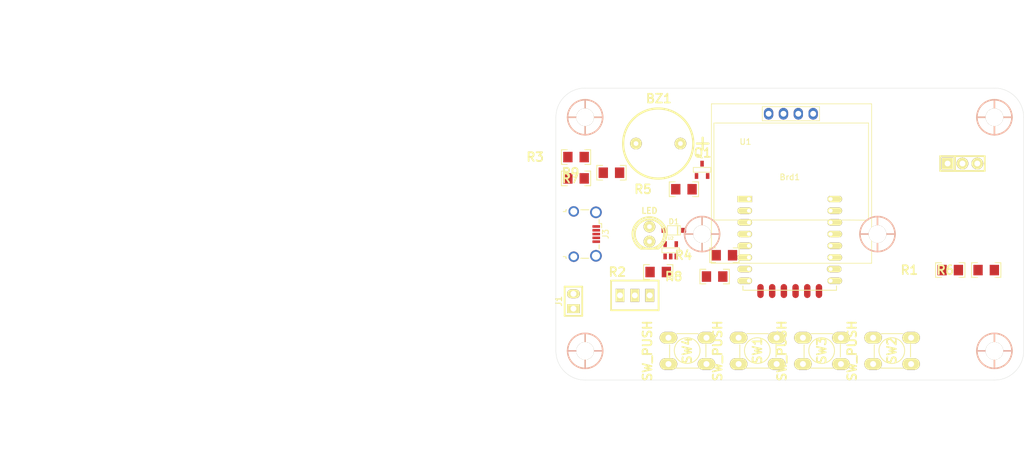
<source format=kicad_pcb>
(kicad_pcb (version 20171130) (host pcbnew 5.1.7-a382d34a8~87~ubuntu20.04.1)

  (general
    (thickness 1.6)
    (drawings 14)
    (tracks 0)
    (zones 0)
    (modules 30)
    (nets 39)
  )

  (page A4)
  (layers
    (0 F.Cu signal)
    (31 B.Cu signal)
    (32 B.Adhes user)
    (33 F.Adhes user)
    (34 B.Paste user)
    (35 F.Paste user)
    (36 B.SilkS user)
    (37 F.SilkS user)
    (38 B.Mask user)
    (39 F.Mask user)
    (40 Dwgs.User user)
    (41 Cmts.User user)
    (42 Eco1.User user)
    (43 Eco2.User user)
    (44 Edge.Cuts user)
    (45 Margin user)
    (46 B.CrtYd user)
    (47 F.CrtYd user)
    (48 B.Fab user)
    (49 F.Fab user)
  )

  (setup
    (last_trace_width 0.25)
    (trace_clearance 0.2)
    (zone_clearance 0.508)
    (zone_45_only no)
    (trace_min 0.2)
    (via_size 0.8)
    (via_drill 0.4)
    (via_min_size 0.4)
    (via_min_drill 0.3)
    (uvia_size 0.3)
    (uvia_drill 0.1)
    (uvias_allowed no)
    (uvia_min_size 0.2)
    (uvia_min_drill 0.1)
    (edge_width 0.05)
    (segment_width 0.2)
    (pcb_text_width 0.3)
    (pcb_text_size 1.5 1.5)
    (mod_edge_width 0.12)
    (mod_text_size 1 1)
    (mod_text_width 0.15)
    (pad_size 1.524 1.524)
    (pad_drill 0.762)
    (pad_to_mask_clearance 0)
    (aux_axis_origin 0 0)
    (visible_elements FFFFFF7F)
    (pcbplotparams
      (layerselection 0x010fc_ffffffff)
      (usegerberextensions false)
      (usegerberattributes true)
      (usegerberadvancedattributes true)
      (creategerberjobfile true)
      (excludeedgelayer true)
      (linewidth 0.100000)
      (plotframeref false)
      (viasonmask false)
      (mode 1)
      (useauxorigin false)
      (hpglpennumber 1)
      (hpglpenspeed 20)
      (hpglpendiameter 15.000000)
      (psnegative false)
      (psa4output false)
      (plotreference true)
      (plotvalue true)
      (plotinvisibletext false)
      (padsonsilk false)
      (subtractmaskfromsilk false)
      (outputformat 1)
      (mirror false)
      (drillshape 1)
      (scaleselection 1)
      (outputdirectory ""))
  )

  (net 0 "")
  (net 1 /SDA)
  (net 2 /SCL)
  (net 3 GND)
  (net 4 VCC)
  (net 5 "Net-(BZ1-Pad2)")
  (net 6 "Net-(J1-Pad2)")
  (net 7 /DIN)
  (net 8 "Net-(C5-Pad1)")
  (net 9 "Net-(J3-Pad2)")
  (net 10 "Net-(J3-Pad3)")
  (net 11 "Net-(J3-Pad4)")
  (net 12 "Net-(LED1-Pad1)")
  (net 13 "Net-(LED1-Pad2)")
  (net 14 /BUZZER)
  (net 15 /MODO)
  (net 16 /SELEC)
  (net 17 /ARRIBA+)
  (net 18 /ABAJO-)
  (net 19 "Net-(R8-Pad1)")
  (net 20 /RESET)
  (net 21 /ADC)
  (net 22 /CH_PD)
  (net 23 /GPIO16)
  (net 24 /GPIO14)
  (net 25 /GPIO12)
  (net 26 /GPIO13)
  (net 27 /GPIO2)
  (net 28 /GPIO0)
  (net 29 /GPIO4)
  (net 30 /GPIO5)
  (net 31 /RXD)
  (net 32 /TXD)
  (net 33 /CS0)
  (net 34 /MISO)
  (net 35 /GPIO9)
  (net 36 /GPIO10)
  (net 37 /MOSI)
  (net 38 /SCLK)

  (net_class Default "This is the default net class."
    (clearance 0.2)
    (trace_width 0.25)
    (via_dia 0.8)
    (via_drill 0.4)
    (uvia_dia 0.3)
    (uvia_drill 0.1)
    (add_net /ABAJO-)
    (add_net /ADC)
    (add_net /ARRIBA+)
    (add_net /BUZZER)
    (add_net /CH_PD)
    (add_net /CS0)
    (add_net /DIN)
    (add_net /GPIO0)
    (add_net /GPIO10)
    (add_net /GPIO12)
    (add_net /GPIO13)
    (add_net /GPIO14)
    (add_net /GPIO16)
    (add_net /GPIO2)
    (add_net /GPIO4)
    (add_net /GPIO5)
    (add_net /GPIO9)
    (add_net /MISO)
    (add_net /MODO)
    (add_net /MOSI)
    (add_net /RESET)
    (add_net /RXD)
    (add_net /SCL)
    (add_net /SCLK)
    (add_net /SDA)
    (add_net /SELEC)
    (add_net /TXD)
    (add_net GND)
    (add_net "Net-(BZ1-Pad2)")
    (add_net "Net-(C5-Pad1)")
    (add_net "Net-(J1-Pad2)")
    (add_net "Net-(J3-Pad2)")
    (add_net "Net-(J3-Pad3)")
    (add_net "Net-(J3-Pad4)")
    (add_net "Net-(LED1-Pad1)")
    (add_net "Net-(LED1-Pad2)")
    (add_net "Net-(R8-Pad1)")
    (add_net VCC)
  )

  (module SSD1306:128x64OLED (layer F.Cu) (tedit 5CF23EAC) (tstamp 5FAB032E)
    (at 110 100)
    (path /5FAC0325)
    (fp_text reference Brd1 (at 0 0.254) (layer F.SilkS)
      (effects (font (size 1 1) (thickness 0.15)))
    )
    (fp_text value SSD1306 (at -7.747 -7.62) (layer F.Fab)
      (effects (font (size 1 1) (thickness 0.15)))
    )
    (fp_line (start 13.462 -9.017) (end 13.208 -9.005) (layer F.SilkS) (width 0.12))
    (fp_line (start 13.462 7.62) (end 13.462 -9.017) (layer F.SilkS) (width 0.12))
    (fp_line (start 10.122 7.595) (end 13.462 7.62) (layer F.SilkS) (width 0.12))
    (fp_line (start 10.122 -9.005) (end 13.208 -9.005) (layer F.SilkS) (width 0.12))
    (fp_line (start -4.699 -11.811) (end -4.699 -9.398) (layer F.SilkS) (width 0.12))
    (fp_line (start 5.08 -9.398) (end -4.699 -9.398) (layer F.SilkS) (width 0.12))
    (fp_line (start 5.08 -11.811) (end 5.08 -9.398) (layer F.SilkS) (width 0.12))
    (fp_line (start -4.699 -11.811) (end 5.08 -11.811) (layer F.SilkS) (width 0.12))
    (fp_line (start -12.978 -9.005) (end 10.122 -9.005) (layer F.SilkS) (width 0.12))
    (fp_line (start -12.978 7.595) (end -12.978 -9.005) (layer F.SilkS) (width 0.12))
    (fp_line (start 10.122 7.595) (end -12.978 7.595) (layer F.SilkS) (width 0.12))
    (fp_line (start -13.4 15) (end -13.4 -12.3) (layer F.SilkS) (width 0.12))
    (fp_line (start 14 15) (end -13.4 15) (layer F.SilkS) (width 0.12))
    (fp_line (start 14 -12.3) (end 14 15) (layer F.SilkS) (width 0.12))
    (fp_line (start -13.4 -12.3) (end 14 -12.3) (layer F.SilkS) (width 0.12))
    (pad 4 thru_hole oval (at 4 -10.6 90) (size 2 1.6) (drill 1) (layers *.Cu *.Mask)
      (net 1 /SDA))
    (pad 3 thru_hole oval (at 1.46 -10.6 90) (size 2 1.6) (drill 1) (layers *.Cu *.Mask)
      (net 2 /SCL))
    (pad 1 thru_hole oval (at -3.62 -10.6 90) (size 2 1.6) (drill 1) (layers *.Cu *.Mask)
      (net 3 GND))
    (pad 2 thru_hole oval (at -1.08 -10.6 90) (size 2 1.6) (drill 1) (layers *.Cu *.Mask)
      (net 4 VCC))
    (model "/home/elias/Escritorio/kicad proyects/kicad lbrey/kicad 3d/128x64I2COLEDDisplayAdafruit.step"
      (offset (xyz 34.5 3 8))
      (scale (xyz 1 1 1))
      (rotate (xyz 0 0 0))
    )
  )

  (module EESTN5:Buzzer_12mm (layer F.Cu) (tedit 5ABB6D18) (tstamp 5FAB0337)
    (at 87.5 94.5)
    (descr "Buzzer, TMB")
    (tags Buzzer)
    (path /5FAD5105)
    (autoplace_cost180 10)
    (fp_text reference BZ1 (at 0.1 -7.7) (layer F.SilkS)
      (effects (font (size 1.5 1.5) (thickness 0.3)))
    )
    (fp_text value Buzzer (at 0 7) (layer F.SilkS) hide
      (effects (font (size 1.5 1.5) (thickness 0.3)))
    )
    (fp_line (start 6.6 0) (end 8.6 0) (layer F.SilkS) (width 0.37846))
    (fp_line (start 7.6 1) (end 7.6 -1) (layer F.SilkS) (width 0.37846))
    (fp_circle (center 0 0) (end -6 0) (layer F.SilkS) (width 0.37846))
    (pad 2 thru_hole circle (at -3.8 0) (size 2 2) (drill 0.8) (layers *.Cu *.Mask F.SilkS)
      (net 5 "Net-(BZ1-Pad2)"))
    (pad 1 thru_hole circle (at 3.8 0) (size 2 2) (drill 0.8) (layers *.Cu *.Mask F.SilkS)
      (net 4 VCC))
    (model Buzzer_12mm.wrl
      (at (xyz 0 0 0))
      (scale (xyz 1 1 1))
      (rotate (xyz 0 0 0))
    )
  )

  (module EESTN5:sod123 (layer F.Cu) (tedit 5C34F3B7) (tstamp 5FAB0343)
    (at 90.16931 109.363701)
    (descr SOD123)
    (path /5FAD5888)
    (fp_text reference D1 (at 0 -1.5) (layer F.SilkS)
      (effects (font (size 0.9144 0.9144) (thickness 0.1524)))
    )
    (fp_text value DIODE (at 0 1.19888) (layer F.SilkS) hide
      (effects (font (size 0.4 0.4) (thickness 0.1)))
    )
    (fp_line (start 0.59916 0.8001) (end 0.59916 -0.8001) (layer F.SilkS) (width 0.127))
    (fp_line (start 0.70076 -0.8001) (end 0.70076 0.8001) (layer F.SilkS) (width 0.127))
    (fp_line (start -1.1 -0.8) (end 1.1 -0.8) (layer F.SilkS) (width 0.127))
    (fp_line (start 1.09954 -0.8001) (end 1.09954 0.8001) (layer F.SilkS) (width 0.127))
    (fp_line (start 1.1 0.8) (end -1.1 0.8) (layer F.SilkS) (width 0.127))
    (fp_line (start -1.1 0.8) (end -1.1 -0.8002) (layer F.SilkS) (width 0.127))
    (pad 2 smd rect (at 1.67386 0) (size 0.8509 0.8509) (layers F.Cu F.Paste F.Mask)
      (net 4 VCC))
    (pad 1 smd rect (at -1.67386 0) (size 0.8509 0.8509) (layers F.Cu F.Paste F.Mask)
      (net 5 "Net-(BZ1-Pad2)"))
    (model sod123.wrl
      (at (xyz 0 0 0))
      (scale (xyz 1 1 1))
      (rotate (xyz 0 0 0))
    )
  )

  (module EESTN5:hole_3mm (layer F.Cu) (tedit 58D70F74) (tstamp 5FAB034E)
    (at 125 110)
    (descr "Hole 3mm")
    (path /5FAFE4E4)
    (fp_text reference H1 (at 0 -3.302) (layer F.SilkS) hide
      (effects (font (size 1.524 1.524) (thickness 0.3048)))
    )
    (fp_text value Mounting_Hole (at 5.334 0) (layer F.SilkS) hide
      (effects (font (size 1.524 1.524) (thickness 0.3048)))
    )
    (fp_line (start 0 -3) (end 0 3) (layer F.SilkS) (width 0.254))
    (fp_line (start -3 0) (end 3 0) (layer F.SilkS) (width 0.254))
    (fp_circle (center 0 0) (end 3 0) (layer F.SilkS) (width 0.254))
    (fp_circle (center 0 0) (end 3 0) (layer B.SilkS) (width 0.254))
    (fp_line (start -3 0) (end 3 0) (layer B.SilkS) (width 0.254))
    (fp_line (start 0 -3) (end 0 3) (layer B.SilkS) (width 0.254))
    (pad 1 thru_hole circle (at 0 0) (size 3 3) (drill 3) (layers *.Cu F.SilkS))
  )

  (module EESTN5:hole_3mm (layer F.Cu) (tedit 58D70F74) (tstamp 5FAB0359)
    (at 145 130)
    (descr "Hole 3mm")
    (path /5FAFE626)
    (fp_text reference H2 (at 0 -3.302) (layer F.SilkS) hide
      (effects (font (size 1.524 1.524) (thickness 0.3048)))
    )
    (fp_text value Mounting_Hole (at 5.334 0) (layer F.SilkS) hide
      (effects (font (size 1.524 1.524) (thickness 0.3048)))
    )
    (fp_line (start 0 -3) (end 0 3) (layer B.SilkS) (width 0.254))
    (fp_line (start -3 0) (end 3 0) (layer B.SilkS) (width 0.254))
    (fp_circle (center 0 0) (end 3 0) (layer B.SilkS) (width 0.254))
    (fp_circle (center 0 0) (end 3 0) (layer F.SilkS) (width 0.254))
    (fp_line (start -3 0) (end 3 0) (layer F.SilkS) (width 0.254))
    (fp_line (start 0 -3) (end 0 3) (layer F.SilkS) (width 0.254))
    (pad 1 thru_hole circle (at 0 0) (size 3 3) (drill 3) (layers *.Cu F.SilkS))
  )

  (module EESTN5:hole_3mm (layer F.Cu) (tedit 58D70F74) (tstamp 5FAB0364)
    (at 75 130)
    (descr "Hole 3mm")
    (path /5FAFED99)
    (fp_text reference H3 (at 0 -3.302) (layer F.SilkS) hide
      (effects (font (size 1.524 1.524) (thickness 0.3048)))
    )
    (fp_text value Mounting_Hole (at 5.334 0) (layer F.SilkS) hide
      (effects (font (size 1.524 1.524) (thickness 0.3048)))
    )
    (fp_line (start 0 -3) (end 0 3) (layer F.SilkS) (width 0.254))
    (fp_line (start -3 0) (end 3 0) (layer F.SilkS) (width 0.254))
    (fp_circle (center 0 0) (end 3 0) (layer F.SilkS) (width 0.254))
    (fp_circle (center 0 0) (end 3 0) (layer B.SilkS) (width 0.254))
    (fp_line (start -3 0) (end 3 0) (layer B.SilkS) (width 0.254))
    (fp_line (start 0 -3) (end 0 3) (layer B.SilkS) (width 0.254))
    (pad 1 thru_hole circle (at 0 0) (size 3 3) (drill 3) (layers *.Cu F.SilkS))
  )

  (module EESTN5:hole_3mm (layer F.Cu) (tedit 58D70F74) (tstamp 5FAB036F)
    (at 75 90)
    (descr "Hole 3mm")
    (path /5FAFE298)
    (fp_text reference H4 (at 0 -3.302) (layer F.SilkS) hide
      (effects (font (size 1.524 1.524) (thickness 0.3048)))
    )
    (fp_text value Mounting_Hole (at 5.334 0) (layer F.SilkS) hide
      (effects (font (size 1.524 1.524) (thickness 0.3048)))
    )
    (fp_line (start 0 -3) (end 0 3) (layer B.SilkS) (width 0.254))
    (fp_line (start -3 0) (end 3 0) (layer B.SilkS) (width 0.254))
    (fp_circle (center 0 0) (end 3 0) (layer B.SilkS) (width 0.254))
    (fp_circle (center 0 0) (end 3 0) (layer F.SilkS) (width 0.254))
    (fp_line (start -3 0) (end 3 0) (layer F.SilkS) (width 0.254))
    (fp_line (start 0 -3) (end 0 3) (layer F.SilkS) (width 0.254))
    (pad 1 thru_hole circle (at 0 0) (size 3 3) (drill 3) (layers *.Cu F.SilkS))
  )

  (module EESTN5:hole_3mm (layer F.Cu) (tedit 58D70F74) (tstamp 5FAB037A)
    (at 95 110)
    (descr "Hole 3mm")
    (path /5FAFE843)
    (fp_text reference H5 (at 0 -3.302) (layer F.SilkS) hide
      (effects (font (size 1.524 1.524) (thickness 0.3048)))
    )
    (fp_text value Mounting_Hole (at 5.334 0) (layer F.SilkS) hide
      (effects (font (size 1.524 1.524) (thickness 0.3048)))
    )
    (fp_line (start 0 -3) (end 0 3) (layer F.SilkS) (width 0.254))
    (fp_line (start -3 0) (end 3 0) (layer F.SilkS) (width 0.254))
    (fp_circle (center 0 0) (end 3 0) (layer F.SilkS) (width 0.254))
    (fp_circle (center 0 0) (end 3 0) (layer B.SilkS) (width 0.254))
    (fp_line (start -3 0) (end 3 0) (layer B.SilkS) (width 0.254))
    (fp_line (start 0 -3) (end 0 3) (layer B.SilkS) (width 0.254))
    (pad 1 thru_hole circle (at 0 0) (size 3 3) (drill 3) (layers *.Cu F.SilkS))
  )

  (module EESTN5:hole_3mm (layer F.Cu) (tedit 58D70F74) (tstamp 5FAB0385)
    (at 145 90)
    (descr "Hole 3mm")
    (path /5FAFE9F3)
    (fp_text reference H6 (at 0 -3.302) (layer F.SilkS) hide
      (effects (font (size 1.524 1.524) (thickness 0.3048)))
    )
    (fp_text value Mounting_Hole (at 5.334 0) (layer F.SilkS) hide
      (effects (font (size 1.524 1.524) (thickness 0.3048)))
    )
    (fp_line (start 0 -3) (end 0 3) (layer B.SilkS) (width 0.254))
    (fp_line (start -3 0) (end 3 0) (layer B.SilkS) (width 0.254))
    (fp_circle (center 0 0) (end 3 0) (layer B.SilkS) (width 0.254))
    (fp_circle (center 0 0) (end 3 0) (layer F.SilkS) (width 0.254))
    (fp_line (start -3 0) (end 3 0) (layer F.SilkS) (width 0.254))
    (fp_line (start 0 -3) (end 0 3) (layer F.SilkS) (width 0.254))
    (pad 1 thru_hole circle (at 0 0) (size 3 3) (drill 3) (layers *.Cu F.SilkS))
  )

  (module EESTN5:Pin_strip_2 (layer F.Cu) (tedit 57FAE89A) (tstamp 5FAB038F)
    (at 73 121.5 90)
    (descr "Pin strip 2pin")
    (tags "CONN DEV")
    (path /5FAC647B)
    (fp_text reference J1 (at 0 -2.5 90) (layer F.SilkS)
      (effects (font (size 1.016 1.016) (thickness 0.2032)))
    )
    (fp_text value HEADER_2 (at 0.254 -3.556 90) (layer F.SilkS) hide
      (effects (font (size 1.016 0.889) (thickness 0.2032)))
    )
    (fp_line (start 2.5 1.5) (end -2.5 1.5) (layer F.SilkS) (width 0.3048))
    (fp_line (start -2.5 -1.5) (end 2.5 -1.5) (layer F.SilkS) (width 0.3048))
    (fp_line (start -2.5 1.5) (end -2.5 -1.5) (layer F.SilkS) (width 0.3048))
    (fp_line (start 2.5 -1.5) (end 2.5 1.5) (layer F.SilkS) (width 0.3048))
    (pad 1 thru_hole rect (at -1.27 0 90) (size 1.524 2.19964) (drill 1.00076) (layers *.Cu *.Mask F.SilkS)
      (net 3 GND))
    (pad 2 thru_hole oval (at 1.27 0 90) (size 1.524 2.19964) (drill 1.00076) (layers *.Cu *.Mask F.SilkS)
      (net 6 "Net-(J1-Pad2)"))
    (model pin_strip_2.wrl
      (at (xyz 0 0 0))
      (scale (xyz 1 1 1))
      (rotate (xyz 0 0 0))
    )
  )

  (module EESTN5:Pin_Strip_3 (layer F.Cu) (tedit 5B0FC7A5) (tstamp 5FAB039B)
    (at 139.532401 97.922401)
    (descr "Pin strip 3x2pin")
    (tags "CONN DEV")
    (path /5FAEDE93)
    (fp_text reference J2 (at 0 -2.7) (layer F.SilkS) hide
      (effects (font (size 1.5 1.5) (thickness 0.3)))
    )
    (fp_text value Conn_01X03 (at 0.2 -4.2) (layer F.SilkS) hide
      (effects (font (size 1.016 0.889) (thickness 0.2032)))
    )
    (fp_line (start 3.81 -1.27) (end 3.81 1.27) (layer F.SilkS) (width 0.3048))
    (fp_line (start 3.81 1.27) (end -3.81 1.27) (layer F.SilkS) (width 0.3048))
    (fp_line (start -3.81 -1.27) (end 3.81 -1.27) (layer F.SilkS) (width 0.3048))
    (fp_line (start -1.27 -1.27) (end -1.27 1.27) (layer F.SilkS) (width 0.3048))
    (fp_line (start -3.81 -1.27) (end -3.81 1.27) (layer F.SilkS) (width 0.3048))
    (pad 1 thru_hole rect (at -2.54 0) (size 2 2) (drill 1) (layers *.Cu *.Mask F.SilkS)
      (net 4 VCC))
    (pad 2 thru_hole oval (at 0 0) (size 2 2) (drill 1) (layers *.Cu *.Mask F.SilkS)
      (net 7 /DIN))
    (pad 3 thru_hole oval (at 2.54 0) (size 2 2) (drill 1) (layers *.Cu *.Mask F.SilkS)
      (net 3 GND))
    (model Pin_Strip_3_2.54.wrl
      (at (xyz 0 0 0))
      (scale (xyz 1 1 1))
      (rotate (xyz 0 0 0))
    )
  )

  (module Connector_USB:USB_Micro-B_Wuerth_629105150521_CircularHoles (layer F.Cu) (tedit 5A142044) (tstamp 5FAB03CA)
    (at 75 110 270)
    (descr "USB Micro-B receptacle, http://www.mouser.com/ds/2/445/629105150521-469306.pdf")
    (tags "usb micro receptacle")
    (path /5FB04BB2)
    (attr smd)
    (fp_text reference J3 (at 0 -3.5 90) (layer F.SilkS)
      (effects (font (size 1 1) (thickness 0.15)))
    )
    (fp_text value USB_OTG (at 0 5.6 90) (layer F.Fab)
      (effects (font (size 1 1) (thickness 0.15)))
    )
    (fp_line (start -4 -2.25) (end -4 3.15) (layer F.Fab) (width 0.15))
    (fp_line (start -4 3.15) (end -3.7 3.15) (layer F.Fab) (width 0.15))
    (fp_line (start -3.7 3.15) (end -3.7 4.35) (layer F.Fab) (width 0.15))
    (fp_line (start -3.7 4.35) (end 3.7 4.35) (layer F.Fab) (width 0.15))
    (fp_line (start 3.7 4.35) (end 3.7 3.15) (layer F.Fab) (width 0.15))
    (fp_line (start 3.7 3.15) (end 4 3.15) (layer F.Fab) (width 0.15))
    (fp_line (start 4 3.15) (end 4 -2.25) (layer F.Fab) (width 0.15))
    (fp_line (start 4 -2.25) (end -4 -2.25) (layer F.Fab) (width 0.15))
    (fp_line (start -2.7 3.75) (end 2.7 3.75) (layer F.Fab) (width 0.15))
    (fp_line (start -1.075 -2.725) (end -1.3 -2.55) (layer F.Fab) (width 0.15))
    (fp_line (start -1.3 -2.55) (end -1.525 -2.725) (layer F.Fab) (width 0.15))
    (fp_line (start -1.525 -2.725) (end -1.525 -2.95) (layer F.Fab) (width 0.15))
    (fp_line (start -1.525 -2.95) (end -1.075 -2.95) (layer F.Fab) (width 0.15))
    (fp_line (start -1.075 -2.95) (end -1.075 -2.725) (layer F.Fab) (width 0.15))
    (fp_line (start -4.15 -0.65) (end -4.15 0.75) (layer F.SilkS) (width 0.15))
    (fp_line (start -4.15 3.15) (end -4.15 3.3) (layer F.SilkS) (width 0.15))
    (fp_line (start -4.15 3.3) (end -3.85 3.3) (layer F.SilkS) (width 0.15))
    (fp_line (start -3.85 3.3) (end -3.85 3.75) (layer F.SilkS) (width 0.15))
    (fp_line (start 3.85 3.75) (end 3.85 3.3) (layer F.SilkS) (width 0.15))
    (fp_line (start 3.85 3.3) (end 4.15 3.3) (layer F.SilkS) (width 0.15))
    (fp_line (start 4.15 3.3) (end 4.15 3.15) (layer F.SilkS) (width 0.15))
    (fp_line (start 4.15 0.75) (end 4.15 -0.65) (layer F.SilkS) (width 0.15))
    (fp_line (start -1.075 -2.825) (end -1.8 -2.825) (layer F.SilkS) (width 0.15))
    (fp_line (start -1.8 -2.825) (end -1.8 -2.4) (layer F.SilkS) (width 0.15))
    (fp_line (start -1.8 -2.4) (end -2.525 -2.4) (layer F.SilkS) (width 0.15))
    (fp_line (start 1.8 -2.4) (end 2.525 -2.4) (layer F.SilkS) (width 0.15))
    (fp_line (start -5.27 -3.34) (end -5.27 4.85) (layer F.CrtYd) (width 0.05))
    (fp_line (start -5.27 4.85) (end 5.28 4.85) (layer F.CrtYd) (width 0.05))
    (fp_line (start 5.28 4.85) (end 5.28 -3.34) (layer F.CrtYd) (width 0.05))
    (fp_line (start 5.28 -3.34) (end -5.27 -3.34) (layer F.CrtYd) (width 0.05))
    (fp_text user %R (at 0 1.05 90) (layer F.Fab)
      (effects (font (size 1 1) (thickness 0.15)))
    )
    (fp_text user "PCB Edge" (at 0 3.75 90) (layer Dwgs.User)
      (effects (font (size 0.5 0.5) (thickness 0.08)))
    )
    (pad 1 smd rect (at -1.3 -1.9 270) (size 0.45 1.3) (layers F.Cu F.Paste F.Mask)
      (net 8 "Net-(C5-Pad1)"))
    (pad 2 smd rect (at -0.65 -1.9 270) (size 0.45 1.3) (layers F.Cu F.Paste F.Mask)
      (net 9 "Net-(J3-Pad2)"))
    (pad 3 smd rect (at 0 -1.9 270) (size 0.45 1.3) (layers F.Cu F.Paste F.Mask)
      (net 10 "Net-(J3-Pad3)"))
    (pad 4 smd rect (at 0.65 -1.9 270) (size 0.45 1.3) (layers F.Cu F.Paste F.Mask)
      (net 11 "Net-(J3-Pad4)"))
    (pad 5 smd rect (at 1.3 -1.9 270) (size 0.45 1.3) (layers F.Cu F.Paste F.Mask)
      (net 3 GND))
    (pad 6 thru_hole circle (at -3.725 -1.85 270) (size 2 2) (drill 1.4) (layers *.Cu *.Mask)
      (net 3 GND))
    (pad 6 thru_hole circle (at 3.725 -1.85 270) (size 2 2) (drill 1.4) (layers *.Cu *.Mask)
      (net 3 GND))
    (pad 6 thru_hole circle (at -3.875 1.95 270) (size 1.8 1.8) (drill 1.2) (layers *.Cu *.Mask)
      (net 3 GND))
    (pad 6 thru_hole circle (at 3.875 1.95 270) (size 1.8 1.8) (drill 1.2) (layers *.Cu *.Mask)
      (net 3 GND))
    (pad "" np_thru_hole circle (at -2.5 -0.8 270) (size 0.8 0.8) (drill 0.8) (layers *.Cu *.Mask))
    (pad "" np_thru_hole circle (at 2.5 -0.8 270) (size 0.8 0.8) (drill 0.8) (layers *.Cu *.Mask))
    (model ${KISYS3DMOD}/Connector_USB.3dshapes/USB_Micro-B_Wuerth_629105150521_CircularHoles.wrl
      (at (xyz 0 0 0))
      (scale (xyz 1 1 1))
      (rotate (xyz 0 0 0))
    )
  )

  (module EESTN5:led_5mm_red (layer F.Cu) (tedit 5936113A) (tstamp 5FAB03D6)
    (at 86 110)
    (descr "5mm red led")
    (tags led)
    (path /5FB0BD99)
    (fp_text reference LED1 (at 0 4) (layer F.SilkS) hide
      (effects (font (size 1 1) (thickness 0.2)))
    )
    (fp_text value LED (at 0 -4) (layer F.SilkS)
      (effects (font (size 1 1) (thickness 0.2)))
    )
    (fp_line (start -1.47066 2.49936) (end 1.47066 2.49936) (layer F.SilkS) (width 0.29972))
    (fp_circle (center 0 0) (end -2.49936 0) (layer F.SilkS) (width 0.29972))
    (fp_arc (start 0 0) (end 2.4892 -1.49098) (angle 90) (layer F.SilkS) (width 0.29972))
    (fp_arc (start 0 0) (end -1.47066 2.49936) (angle 90) (layer F.SilkS) (width 0.29972))
    (fp_arc (start 0 0) (end 0 -2.90068) (angle 90) (layer F.SilkS) (width 0.29972))
    (fp_arc (start 0 0) (end -2.90068 0) (angle 90) (layer F.SilkS) (width 0.29972))
    (pad 1 thru_hole circle (at 0 -1.27) (size 1.99898 1.99898) (drill 0.8001) (layers *.Cu *.Mask F.SilkS)
      (net 12 "Net-(LED1-Pad1)"))
    (pad 2 thru_hole circle (at 0 1.27) (size 1.99898 1.99898) (drill 0.8001) (layers *.Cu *.Mask F.SilkS)
      (net 13 "Net-(LED1-Pad2)"))
    (model led_5mm_red.wrl
      (at (xyz 0 0 0))
      (scale (xyz 1 1 1))
      (rotate (xyz 0 0 0))
    )
  )

  (module EESTN5:SOT23 (layer F.Cu) (tedit 5AC2FA45) (tstamp 5FAB03E1)
    (at 95 99)
    (descr SOT23)
    (path /5FAD4B01)
    (fp_text reference Q1 (at 0.1 -2.9) (layer F.SilkS)
      (effects (font (size 1.5 1.5) (thickness 0.3)))
    )
    (fp_text value 2N7002 (at 0 3) (layer F.SilkS) hide
      (effects (font (size 1.5 1.5) (thickness 0.3)))
    )
    (fp_line (start -1.4972 -0.4) (end 1.5 -0.4) (layer F.SilkS) (width 0.127))
    (fp_line (start 1.5 -0.4) (end 1.5 0.4) (layer F.SilkS) (width 0.127))
    (fp_line (start 1.5 0.4) (end -1.4972 0.4) (layer F.SilkS) (width 0.127))
    (fp_line (start -1.5 0.4) (end -1.5 -0.4) (layer F.SilkS) (width 0.127))
    (pad 1 smd rect (at -0.9525 1.05664) (size 0.59944 1.00076) (layers F.Cu F.Paste F.Mask)
      (net 14 /BUZZER))
    (pad 2 smd rect (at 0 -1.05664) (size 0.59944 1.00076) (layers F.Cu F.Paste F.Mask)
      (net 5 "Net-(BZ1-Pad2)"))
    (pad 3 smd rect (at 0.9525 1.05664) (size 0.59944 1.00076) (layers F.Cu F.Paste F.Mask)
      (net 3 GND))
    (model SOT-23.wrl
      (at (xyz 0 0 0))
      (scale (xyz 1 1 1))
      (rotate (xyz 0 0 0))
    )
  )

  (module EESTN5:R_1206 (layer F.Cu) (tedit 5ABB6CAB) (tstamp 5FAB03ED)
    (at 137.445001 116.165001)
    (descr "SMT resistor, 1206")
    (path /5FBB3A28)
    (fp_text reference R1 (at -7 0) (layer F.SilkS)
      (effects (font (size 1.5 1.5) (thickness 0.3)))
    )
    (fp_text value R (at 5 0) (layer F.SilkS) hide
      (effects (font (size 1.5 1.5) (thickness 0.3)))
    )
    (fp_line (start -1.5 -1.25) (end -2.5 -1.25) (layer F.SilkS) (width 0.15))
    (fp_line (start -2.5 1.25) (end -1.5 1.25) (layer F.SilkS) (width 0.15))
    (fp_line (start -2.5 -1.25) (end -2.5 1.25) (layer F.SilkS) (width 0.15))
    (fp_line (start 2.5 1.25) (end 2.5 -1.25) (layer F.SilkS) (width 0.15))
    (fp_line (start 1.5 1.25) (end 2.5 1.25) (layer F.SilkS) (width 0.15))
    (fp_line (start 1.5 -1.25) (end 2.5 -1.25) (layer F.SilkS) (width 0.15))
    (pad 2 smd rect (at -1.397 0) (size 1.6002 1.8034) (layers F.Cu F.Paste F.Mask)
      (net 15 /MODO))
    (pad 1 smd rect (at 1.397 0) (size 1.6002 1.8034) (layers F.Cu F.Paste F.Mask)
      (net 4 VCC))
    (model R_1206.wrl
      (at (xyz 0 0 0))
      (scale (xyz 1 1 1))
      (rotate (xyz 0 0 0))
    )
  )

  (module EESTN5:R_1206 (layer F.Cu) (tedit 5ABB6CAB) (tstamp 5FAB03F9)
    (at 87.5 116.5)
    (descr "SMT resistor, 1206")
    (path /5FBCAD87)
    (fp_text reference R2 (at -7 0) (layer F.SilkS)
      (effects (font (size 1.5 1.5) (thickness 0.3)))
    )
    (fp_text value R (at 5 0) (layer F.SilkS) hide
      (effects (font (size 1.5 1.5) (thickness 0.3)))
    )
    (fp_line (start -1.5 -1.25) (end -2.5 -1.25) (layer F.SilkS) (width 0.15))
    (fp_line (start -2.5 1.25) (end -1.5 1.25) (layer F.SilkS) (width 0.15))
    (fp_line (start -2.5 -1.25) (end -2.5 1.25) (layer F.SilkS) (width 0.15))
    (fp_line (start 2.5 1.25) (end 2.5 -1.25) (layer F.SilkS) (width 0.15))
    (fp_line (start 1.5 1.25) (end 2.5 1.25) (layer F.SilkS) (width 0.15))
    (fp_line (start 1.5 -1.25) (end 2.5 -1.25) (layer F.SilkS) (width 0.15))
    (pad 2 smd rect (at -1.397 0) (size 1.6002 1.8034) (layers F.Cu F.Paste F.Mask)
      (net 16 /SELEC))
    (pad 1 smd rect (at 1.397 0) (size 1.6002 1.8034) (layers F.Cu F.Paste F.Mask)
      (net 4 VCC))
    (model R_1206.wrl
      (at (xyz 0 0 0))
      (scale (xyz 1 1 1))
      (rotate (xyz 0 0 0))
    )
  )

  (module EESTN5:R_1206 (layer F.Cu) (tedit 5ABB6CAB) (tstamp 5FAB0405)
    (at 73.445001 96.815001)
    (descr "SMT resistor, 1206")
    (path /5FBD268C)
    (fp_text reference R3 (at -7 0) (layer F.SilkS)
      (effects (font (size 1.5 1.5) (thickness 0.3)))
    )
    (fp_text value R (at 5 0) (layer F.SilkS) hide
      (effects (font (size 1.5 1.5) (thickness 0.3)))
    )
    (fp_line (start 1.5 -1.25) (end 2.5 -1.25) (layer F.SilkS) (width 0.15))
    (fp_line (start 1.5 1.25) (end 2.5 1.25) (layer F.SilkS) (width 0.15))
    (fp_line (start 2.5 1.25) (end 2.5 -1.25) (layer F.SilkS) (width 0.15))
    (fp_line (start -2.5 -1.25) (end -2.5 1.25) (layer F.SilkS) (width 0.15))
    (fp_line (start -2.5 1.25) (end -1.5 1.25) (layer F.SilkS) (width 0.15))
    (fp_line (start -1.5 -1.25) (end -2.5 -1.25) (layer F.SilkS) (width 0.15))
    (pad 1 smd rect (at 1.397 0) (size 1.6002 1.8034) (layers F.Cu F.Paste F.Mask)
      (net 4 VCC))
    (pad 2 smd rect (at -1.397 0) (size 1.6002 1.8034) (layers F.Cu F.Paste F.Mask)
      (net 17 /ARRIBA+))
    (model R_1206.wrl
      (at (xyz 0 0 0))
      (scale (xyz 1 1 1))
      (rotate (xyz 0 0 0))
    )
  )

  (module EESTN5:R_1206 (layer F.Cu) (tedit 5ABB6CAB) (tstamp 5FAB0411)
    (at 98.815001 113.625001)
    (descr "SMT resistor, 1206")
    (path /5FBD26D4)
    (fp_text reference R4 (at -7 0) (layer F.SilkS)
      (effects (font (size 1.5 1.5) (thickness 0.3)))
    )
    (fp_text value R (at 5 0) (layer F.SilkS) hide
      (effects (font (size 1.5 1.5) (thickness 0.3)))
    )
    (fp_line (start 1.5 -1.25) (end 2.5 -1.25) (layer F.SilkS) (width 0.15))
    (fp_line (start 1.5 1.25) (end 2.5 1.25) (layer F.SilkS) (width 0.15))
    (fp_line (start 2.5 1.25) (end 2.5 -1.25) (layer F.SilkS) (width 0.15))
    (fp_line (start -2.5 -1.25) (end -2.5 1.25) (layer F.SilkS) (width 0.15))
    (fp_line (start -2.5 1.25) (end -1.5 1.25) (layer F.SilkS) (width 0.15))
    (fp_line (start -1.5 -1.25) (end -2.5 -1.25) (layer F.SilkS) (width 0.15))
    (pad 1 smd rect (at 1.397 0) (size 1.6002 1.8034) (layers F.Cu F.Paste F.Mask)
      (net 4 VCC))
    (pad 2 smd rect (at -1.397 0) (size 1.6002 1.8034) (layers F.Cu F.Paste F.Mask)
      (net 18 /ABAJO-))
    (model R_1206.wrl
      (at (xyz 0 0 0))
      (scale (xyz 1 1 1))
      (rotate (xyz 0 0 0))
    )
  )

  (module EESTN5:R_1206 (layer F.Cu) (tedit 5ABB6CAB) (tstamp 5FAB041D)
    (at 91.895001 102.325001)
    (descr "SMT resistor, 1206")
    (path /5FAD4CDF)
    (fp_text reference R5 (at -7 0) (layer F.SilkS)
      (effects (font (size 1.5 1.5) (thickness 0.3)))
    )
    (fp_text value R (at 5 0) (layer F.SilkS) hide
      (effects (font (size 1.5 1.5) (thickness 0.3)))
    )
    (fp_line (start 1.5 -1.25) (end 2.5 -1.25) (layer F.SilkS) (width 0.15))
    (fp_line (start 1.5 1.25) (end 2.5 1.25) (layer F.SilkS) (width 0.15))
    (fp_line (start 2.5 1.25) (end 2.5 -1.25) (layer F.SilkS) (width 0.15))
    (fp_line (start -2.5 -1.25) (end -2.5 1.25) (layer F.SilkS) (width 0.15))
    (fp_line (start -2.5 1.25) (end -1.5 1.25) (layer F.SilkS) (width 0.15))
    (fp_line (start -1.5 -1.25) (end -2.5 -1.25) (layer F.SilkS) (width 0.15))
    (pad 1 smd rect (at 1.397 0) (size 1.6002 1.8034) (layers F.Cu F.Paste F.Mask)
      (net 14 /BUZZER))
    (pad 2 smd rect (at -1.397 0) (size 1.6002 1.8034) (layers F.Cu F.Paste F.Mask)
      (net 3 GND))
    (model R_1206.wrl
      (at (xyz 0 0 0))
      (scale (xyz 1 1 1))
      (rotate (xyz 0 0 0))
    )
  )

  (module EESTN5:R_1206 (layer F.Cu) (tedit 5ABB6CAB) (tstamp 5FAB0429)
    (at 143.595001 116.165001)
    (descr "SMT resistor, 1206")
    (path /5FB823D4)
    (fp_text reference R6 (at -7 0) (layer F.SilkS)
      (effects (font (size 1.5 1.5) (thickness 0.3)))
    )
    (fp_text value R (at 5 0) (layer F.SilkS) hide
      (effects (font (size 1.5 1.5) (thickness 0.3)))
    )
    (fp_line (start -1.5 -1.25) (end -2.5 -1.25) (layer F.SilkS) (width 0.15))
    (fp_line (start -2.5 1.25) (end -1.5 1.25) (layer F.SilkS) (width 0.15))
    (fp_line (start -2.5 -1.25) (end -2.5 1.25) (layer F.SilkS) (width 0.15))
    (fp_line (start 2.5 1.25) (end 2.5 -1.25) (layer F.SilkS) (width 0.15))
    (fp_line (start 1.5 1.25) (end 2.5 1.25) (layer F.SilkS) (width 0.15))
    (fp_line (start 1.5 -1.25) (end 2.5 -1.25) (layer F.SilkS) (width 0.15))
    (pad 2 smd rect (at -1.397 0) (size 1.6002 1.8034) (layers F.Cu F.Paste F.Mask)
      (net 4 VCC))
    (pad 1 smd rect (at 1.397 0) (size 1.6002 1.8034) (layers F.Cu F.Paste F.Mask)
      (net 4 VCC))
    (model R_1206.wrl
      (at (xyz 0 0 0))
      (scale (xyz 1 1 1))
      (rotate (xyz 0 0 0))
    )
  )

  (module EESTN5:R_1206 (layer F.Cu) (tedit 5ABB6CAB) (tstamp 5FAB0435)
    (at 73.445001 100.465001)
    (descr "SMT resistor, 1206")
    (path /5FB86B2C)
    (fp_text reference R7 (at -0.945001 0) (layer F.SilkS)
      (effects (font (size 1.5 1.5) (thickness 0.3)))
    )
    (fp_text value R (at 5 0) (layer F.SilkS) hide
      (effects (font (size 1.5 1.5) (thickness 0.3)))
    )
    (fp_line (start 1.5 -1.25) (end 2.5 -1.25) (layer F.SilkS) (width 0.15))
    (fp_line (start 1.5 1.25) (end 2.5 1.25) (layer F.SilkS) (width 0.15))
    (fp_line (start 2.5 1.25) (end 2.5 -1.25) (layer F.SilkS) (width 0.15))
    (fp_line (start -2.5 -1.25) (end -2.5 1.25) (layer F.SilkS) (width 0.15))
    (fp_line (start -2.5 1.25) (end -1.5 1.25) (layer F.SilkS) (width 0.15))
    (fp_line (start -1.5 -1.25) (end -2.5 -1.25) (layer F.SilkS) (width 0.15))
    (pad 1 smd rect (at 1.397 0) (size 1.6002 1.8034) (layers F.Cu F.Paste F.Mask)
      (net 4 VCC))
    (pad 2 smd rect (at -1.397 0) (size 1.6002 1.8034) (layers F.Cu F.Paste F.Mask)
      (net 3 GND))
    (model R_1206.wrl
      (at (xyz 0 0 0))
      (scale (xyz 1 1 1))
      (rotate (xyz 0 0 0))
    )
  )

  (module EESTN5:R_1206 (layer F.Cu) (tedit 5ABB6CAB) (tstamp 5FAB0441)
    (at 97.145001 117.275001)
    (descr "SMT resistor, 1206")
    (path /5FB070FE)
    (fp_text reference R8 (at -7 0) (layer F.SilkS)
      (effects (font (size 1.5 1.5) (thickness 0.3)))
    )
    (fp_text value R (at 5 0) (layer F.SilkS) hide
      (effects (font (size 1.5 1.5) (thickness 0.3)))
    )
    (fp_line (start -1.5 -1.25) (end -2.5 -1.25) (layer F.SilkS) (width 0.15))
    (fp_line (start -2.5 1.25) (end -1.5 1.25) (layer F.SilkS) (width 0.15))
    (fp_line (start -2.5 -1.25) (end -2.5 1.25) (layer F.SilkS) (width 0.15))
    (fp_line (start 2.5 1.25) (end 2.5 -1.25) (layer F.SilkS) (width 0.15))
    (fp_line (start 1.5 1.25) (end 2.5 1.25) (layer F.SilkS) (width 0.15))
    (fp_line (start 1.5 -1.25) (end 2.5 -1.25) (layer F.SilkS) (width 0.15))
    (pad 2 smd rect (at -1.397 0) (size 1.6002 1.8034) (layers F.Cu F.Paste F.Mask)
      (net 3 GND))
    (pad 1 smd rect (at 1.397 0) (size 1.6002 1.8034) (layers F.Cu F.Paste F.Mask)
      (net 19 "Net-(R8-Pad1)"))
    (model R_1206.wrl
      (at (xyz 0 0 0))
      (scale (xyz 1 1 1))
      (rotate (xyz 0 0 0))
    )
  )

  (module EESTN5:R_1206 (layer F.Cu) (tedit 5ABB6CAB) (tstamp 5FAB044D)
    (at 79.5 99.5)
    (descr "SMT resistor, 1206")
    (path /5FB0983B)
    (fp_text reference R9 (at -7 0) (layer F.SilkS)
      (effects (font (size 1.5 1.5) (thickness 0.3)))
    )
    (fp_text value R (at 5 0) (layer F.SilkS) hide
      (effects (font (size 1.5 1.5) (thickness 0.3)))
    )
    (fp_line (start 1.5 -1.25) (end 2.5 -1.25) (layer F.SilkS) (width 0.15))
    (fp_line (start 1.5 1.25) (end 2.5 1.25) (layer F.SilkS) (width 0.15))
    (fp_line (start 2.5 1.25) (end 2.5 -1.25) (layer F.SilkS) (width 0.15))
    (fp_line (start -2.5 -1.25) (end -2.5 1.25) (layer F.SilkS) (width 0.15))
    (fp_line (start -2.5 1.25) (end -1.5 1.25) (layer F.SilkS) (width 0.15))
    (fp_line (start -1.5 -1.25) (end -2.5 -1.25) (layer F.SilkS) (width 0.15))
    (pad 1 smd rect (at 1.397 0) (size 1.6002 1.8034) (layers F.Cu F.Paste F.Mask)
      (net 8 "Net-(C5-Pad1)"))
    (pad 2 smd rect (at -1.397 0) (size 1.6002 1.8034) (layers F.Cu F.Paste F.Mask)
      (net 12 "Net-(LED1-Pad1)"))
    (model R_1206.wrl
      (at (xyz 0 0 0))
      (scale (xyz 1 1 1))
      (rotate (xyz 0 0 0))
    )
  )

  (module EESTN5:Pulsador_TH_4 (layer F.Cu) (tedit 5AC5EC5F) (tstamp 5FAB099C)
    (at 104.5 130 90)
    (path /5FBB2B8A)
    (fp_text reference SW1 (at 0.05 -0.05 90) (layer F.SilkS)
      (effects (font (size 1.5 1.5) (thickness 0.3)))
    )
    (fp_text value SW_PUSH (at 0 -6.85 90) (layer F.SilkS)
      (effects (font (size 1.5 1.5) (thickness 0.3)))
    )
    (fp_circle (center 0.05 -0.05) (end 0.05 2.15) (layer F.SilkS) (width 0.15))
    (fp_line (start -1.15 -3.05) (end 1.05 -3.05) (layer F.SilkS) (width 0.15))
    (fp_line (start 2.95 -1.85) (end 2.95 1.85) (layer F.SilkS) (width 0.15))
    (fp_line (start -1.05 3.15) (end 1.15 3.15) (layer F.SilkS) (width 0.15))
    (fp_line (start -2.95 -1.95) (end -2.95 1.95) (layer F.SilkS) (width 0.15))
    (pad 4 thru_hole oval (at -2.25 3.25 90) (size 2 3) (drill 1.016) (layers *.Cu *.Mask F.SilkS)
      (net 15 /MODO))
    (pad 2 thru_hole oval (at 2.25 3.25 90) (size 2 3) (drill 1.016) (layers *.Cu *.Mask F.SilkS)
      (net 3 GND))
    (pad 1 thru_hole oval (at 2.25 -3.25 90) (size 2 3) (drill 1.016) (layers *.Cu *.Mask F.SilkS)
      (net 3 GND))
    (pad 3 thru_hole oval (at -2.25 -3.25 90) (size 2 3) (drill 1.016) (layers *.Cu *.Mask F.SilkS)
      (net 15 /MODO))
    (model Tact_Switch_7mm_TH.wrl
      (at (xyz 0 0 0))
      (scale (xyz 1 1 1))
      (rotate (xyz 0 0 0))
    )
  )

  (module EESTN5:Pulsador_TH_4 (layer F.Cu) (tedit 5AC5EC5F) (tstamp 5FAB0467)
    (at 127.5 130 90)
    (path /5FBCAC63)
    (fp_text reference SW2 (at 0.05 -0.05 90) (layer F.SilkS)
      (effects (font (size 1.5 1.5) (thickness 0.3)))
    )
    (fp_text value SW_PUSH (at 0 -6.85 90) (layer F.SilkS)
      (effects (font (size 1.5 1.5) (thickness 0.3)))
    )
    (fp_circle (center 0.05 -0.05) (end 0.05 2.15) (layer F.SilkS) (width 0.15))
    (fp_line (start -1.15 -3.05) (end 1.05 -3.05) (layer F.SilkS) (width 0.15))
    (fp_line (start 2.95 -1.85) (end 2.95 1.85) (layer F.SilkS) (width 0.15))
    (fp_line (start -1.05 3.15) (end 1.15 3.15) (layer F.SilkS) (width 0.15))
    (fp_line (start -2.95 -1.95) (end -2.95 1.95) (layer F.SilkS) (width 0.15))
    (pad 4 thru_hole oval (at -2.25 3.25 90) (size 2 3) (drill 1.016) (layers *.Cu *.Mask F.SilkS)
      (net 16 /SELEC))
    (pad 2 thru_hole oval (at 2.25 3.25 90) (size 2 3) (drill 1.016) (layers *.Cu *.Mask F.SilkS)
      (net 3 GND))
    (pad 1 thru_hole oval (at 2.25 -3.25 90) (size 2 3) (drill 1.016) (layers *.Cu *.Mask F.SilkS)
      (net 3 GND))
    (pad 3 thru_hole oval (at -2.25 -3.25 90) (size 2 3) (drill 1.016) (layers *.Cu *.Mask F.SilkS)
      (net 16 /SELEC))
    (model Tact_Switch_7mm_TH.wrl
      (at (xyz 0 0 0))
      (scale (xyz 1 1 1))
      (rotate (xyz 0 0 0))
    )
  )

  (module EESTN5:Pulsador_TH_4 (layer F.Cu) (tedit 5AC5EC5F) (tstamp 5FAB0474)
    (at 115.5 130 90)
    (path /5FBD24E6)
    (fp_text reference SW3 (at 0.05 -0.05 90) (layer F.SilkS)
      (effects (font (size 1.5 1.5) (thickness 0.3)))
    )
    (fp_text value SW_PUSH (at 0 -6.85 90) (layer F.SilkS)
      (effects (font (size 1.5 1.5) (thickness 0.3)))
    )
    (fp_line (start -2.95 -1.95) (end -2.95 1.95) (layer F.SilkS) (width 0.15))
    (fp_line (start -1.05 3.15) (end 1.15 3.15) (layer F.SilkS) (width 0.15))
    (fp_line (start 2.95 -1.85) (end 2.95 1.85) (layer F.SilkS) (width 0.15))
    (fp_line (start -1.15 -3.05) (end 1.05 -3.05) (layer F.SilkS) (width 0.15))
    (fp_circle (center 0.05 -0.05) (end 0.05 2.15) (layer F.SilkS) (width 0.15))
    (pad 3 thru_hole oval (at -2.25 -3.25 90) (size 2 3) (drill 1.016) (layers *.Cu *.Mask F.SilkS)
      (net 17 /ARRIBA+))
    (pad 1 thru_hole oval (at 2.25 -3.25 90) (size 2 3) (drill 1.016) (layers *.Cu *.Mask F.SilkS)
      (net 3 GND))
    (pad 2 thru_hole oval (at 2.25 3.25 90) (size 2 3) (drill 1.016) (layers *.Cu *.Mask F.SilkS)
      (net 3 GND))
    (pad 4 thru_hole oval (at -2.25 3.25 90) (size 2 3) (drill 1.016) (layers *.Cu *.Mask F.SilkS)
      (net 17 /ARRIBA+))
    (model Tact_Switch_7mm_TH.wrl
      (at (xyz 0 0 0))
      (scale (xyz 1 1 1))
      (rotate (xyz 0 0 0))
    )
  )

  (module EESTN5:Pulsador_TH_4 (layer F.Cu) (tedit 5AC5EC5F) (tstamp 5FAB0481)
    (at 92.5 130 90)
    (path /5FBD26CA)
    (fp_text reference SW4 (at 0.05 -0.05 90) (layer F.SilkS)
      (effects (font (size 1.5 1.5) (thickness 0.3)))
    )
    (fp_text value SW_PUSH (at 0 -6.85 90) (layer F.SilkS)
      (effects (font (size 1.5 1.5) (thickness 0.3)))
    )
    (fp_line (start -2.95 -1.95) (end -2.95 1.95) (layer F.SilkS) (width 0.15))
    (fp_line (start -1.05 3.15) (end 1.15 3.15) (layer F.SilkS) (width 0.15))
    (fp_line (start 2.95 -1.85) (end 2.95 1.85) (layer F.SilkS) (width 0.15))
    (fp_line (start -1.15 -3.05) (end 1.05 -3.05) (layer F.SilkS) (width 0.15))
    (fp_circle (center 0.05 -0.05) (end 0.05 2.15) (layer F.SilkS) (width 0.15))
    (pad 3 thru_hole oval (at -2.25 -3.25 90) (size 2 3) (drill 1.016) (layers *.Cu *.Mask F.SilkS)
      (net 18 /ABAJO-))
    (pad 1 thru_hole oval (at 2.25 -3.25 90) (size 2 3) (drill 1.016) (layers *.Cu *.Mask F.SilkS)
      (net 3 GND))
    (pad 2 thru_hole oval (at 2.25 3.25 90) (size 2 3) (drill 1.016) (layers *.Cu *.Mask F.SilkS)
      (net 3 GND))
    (pad 4 thru_hole oval (at -2.25 3.25 90) (size 2 3) (drill 1.016) (layers *.Cu *.Mask F.SilkS)
      (net 18 /ABAJO-))
    (model Tact_Switch_7mm_TH.wrl
      (at (xyz 0 0 0))
      (scale (xyz 1 1 1))
      (rotate (xyz 0 0 0))
    )
  )

  (module EESTN5:SW_SPDT_TH_100Mils_VERTICAL (layer F.Cu) (tedit 58DCE96D) (tstamp 5FAB048C)
    (at 83.5 120.5)
    (descr "Pin socket 6pin")
    (tags "CONN DEV")
    (path /5FACAD9E)
    (fp_text reference SW5 (at 0.4 -3.9) (layer F.SilkS) hide
      (effects (font (size 1.016 1.016) (thickness 0.2032)))
    )
    (fp_text value SW_SPDT (at 0.3 -5.5) (layer F.SilkS) hide
      (effects (font (size 1.016 0.889) (thickness 0.2032)))
    )
    (fp_line (start 4.064 2.54) (end -4.064 2.54) (layer F.SilkS) (width 0.3048))
    (fp_line (start 4.064 -2.54) (end -4.064 -2.54) (layer F.SilkS) (width 0.3048))
    (fp_line (start 4.064 -2.54) (end 4.064 2.54) (layer F.SilkS) (width 0.3048))
    (fp_line (start -4.064 2.54) (end -4.064 -2.54) (layer F.SilkS) (width 0.3048))
    (pad 1 thru_hole rect (at -2.54 0) (size 1.524 2.19964) (drill 1.00076) (layers *.Cu *.Mask F.SilkS)
      (net 6 "Net-(J1-Pad2)"))
    (pad 2 thru_hole rect (at 0 0) (size 1.524 2.19964) (drill 1.00076) (layers *.Cu *.Mask F.SilkS)
      (net 6 "Net-(J1-Pad2)"))
    (pad 3 thru_hole rect (at 2.54 0) (size 1.524 2.19964) (drill 1.00076) (layers *.Cu *.Mask F.SilkS)
      (net 4 VCC))
    (model SW-SPDT-TH-100Mils-Vertical.wrl
      (at (xyz 0 0 0))
      (scale (xyz 1 1 1))
      (rotate (xyz 0 0 0))
    )
  )

  (module EESTN5:ESP-12E (layer F.Cu) (tedit 584DE1E1) (tstamp 5FAB04BA)
    (at 103 104)
    (descr "Module, ESP-8266, ESP-12, 16 pad, SMD")
    (tags "Module ESP-8266 ESP8266")
    (path /5FAAD3DA)
    (fp_text reference U1 (at -0.575 -9.8) (layer F.SilkS)
      (effects (font (size 1 1) (thickness 0.15)))
    )
    (fp_text value ESP-12E (at 8 1) (layer F.Fab)
      (effects (font (size 1 1) (thickness 0.15)))
    )
    (fp_line (start -2.25 -0.5) (end -2.25 -8.75) (layer F.CrtYd) (width 0.05))
    (fp_line (start -2.25 -8.75) (end 15.25 -8.75) (layer F.CrtYd) (width 0.05))
    (fp_line (start 15.25 -8.75) (end 16.25 -8.75) (layer F.CrtYd) (width 0.05))
    (fp_line (start 16.25 -8.75) (end 16.25 16) (layer F.CrtYd) (width 0.05))
    (fp_line (start 16.25 16) (end -2.25 16) (layer F.CrtYd) (width 0.05))
    (fp_line (start -2.25 16) (end -2.25 -0.5) (layer F.CrtYd) (width 0.05))
    (fp_line (start -1.016 -8.382) (end 14.986 -8.382) (layer F.CrtYd) (width 0.1524))
    (fp_line (start 14.986 -8.382) (end 14.986 -0.889) (layer F.CrtYd) (width 0.1524))
    (fp_line (start -1.016 -8.382) (end -1.016 -1.016) (layer F.CrtYd) (width 0.1524))
    (fp_line (start -1.016 14.859) (end -1.016 15.621) (layer F.SilkS) (width 0.1524))
    (fp_line (start -1.016 15.621) (end 14.986 15.621) (layer F.SilkS) (width 0.1524))
    (fp_line (start 14.986 15.621) (end 14.986 14.859) (layer F.SilkS) (width 0.1524))
    (fp_line (start 14.992 -8.4) (end -1.008 -2.6) (layer F.CrtYd) (width 0.1524))
    (fp_line (start -1.008 -8.4) (end 14.992 -2.6) (layer F.CrtYd) (width 0.1524))
    (fp_line (start -1.008 -2.6) (end 14.992 -2.6) (layer F.CrtYd) (width 0.1524))
    (fp_line (start 15 -8.4) (end 15 15.6) (layer F.Fab) (width 0.05))
    (fp_line (start 14.992 15.6) (end -1.008 15.6) (layer F.Fab) (width 0.05))
    (fp_line (start -1.008 15.6) (end -1.008 -8.4) (layer F.Fab) (width 0.05))
    (fp_line (start -1.008 -8.4) (end 14.992 -8.4) (layer F.Fab) (width 0.05))
    (fp_text user "No Copper" (at 6.892 -5.4) (layer F.CrtYd)
      (effects (font (size 1 1) (thickness 0.15)))
    )
    (pad 1 thru_hole rect (at 0 0) (size 2.5 1.1) (drill 0.65 (offset -0.7 0)) (layers *.Cu *.Mask F.SilkS)
      (net 20 /RESET))
    (pad 2 thru_hole oval (at 0 2) (size 2.5 1.1) (drill 0.65 (offset -0.7 0)) (layers *.Cu *.Mask F.SilkS)
      (net 21 /ADC))
    (pad 3 thru_hole oval (at 0 4) (size 2.5 1.1) (drill 0.65 (offset -0.7 0)) (layers *.Cu *.Mask F.SilkS)
      (net 22 /CH_PD))
    (pad 4 thru_hole oval (at 0 6) (size 2.5 1.1) (drill 0.65 (offset -0.7 0)) (layers *.Cu *.Mask F.SilkS)
      (net 23 /GPIO16))
    (pad 5 thru_hole oval (at 0 8) (size 2.5 1.1) (drill 0.65 (offset -0.7 0)) (layers *.Cu *.Mask F.SilkS)
      (net 24 /GPIO14))
    (pad 6 thru_hole oval (at 0 10) (size 2.5 1.1) (drill 0.65 (offset -0.7 0)) (layers *.Cu *.Mask F.SilkS)
      (net 25 /GPIO12))
    (pad 7 thru_hole oval (at 0 12) (size 2.5 1.1) (drill 0.65 (offset -0.7 0)) (layers *.Cu *.Mask F.SilkS)
      (net 26 /GPIO13))
    (pad 8 thru_hole oval (at 0 14) (size 2.5 1.1) (drill 0.65 (offset -0.7 0)) (layers *.Cu *.Mask F.SilkS)
      (net 4 VCC))
    (pad 9 smd oval (at 1.99 15.75 90) (size 2.4 1.1) (layers F.Cu F.Paste F.Mask)
      (net 3 GND))
    (pad 10 smd oval (at 3.99 15.75 90) (size 2.4 1.1) (layers F.Cu F.Paste F.Mask)
      (net 14 /BUZZER))
    (pad 11 smd oval (at 5.99 15.75 90) (size 2.4 1.1) (layers F.Cu F.Paste F.Mask)
      (net 27 /GPIO2))
    (pad 12 smd oval (at 7.99 15.75 90) (size 2.4 1.1) (layers F.Cu F.Paste F.Mask)
      (net 28 /GPIO0))
    (pad 13 smd oval (at 9.99 15.75 90) (size 2.4 1.1) (layers F.Cu F.Paste F.Mask)
      (net 29 /GPIO4))
    (pad 14 smd oval (at 11.99 15.75 90) (size 2.4 1.1) (layers F.Cu F.Paste F.Mask)
      (net 30 /GPIO5))
    (pad 15 thru_hole oval (at 14 14) (size 2.5 1.1) (drill 0.65 (offset 0.7 0)) (layers *.Cu *.Mask F.SilkS)
      (net 31 /RXD))
    (pad 16 thru_hole oval (at 14 12) (size 2.5 1.1) (drill 0.65 (offset 0.6 0)) (layers *.Cu *.Mask F.SilkS)
      (net 32 /TXD))
    (pad 17 thru_hole oval (at 14 10) (size 2.5 1.1) (drill 0.65 (offset 0.7 0)) (layers *.Cu *.Mask F.SilkS)
      (net 33 /CS0))
    (pad 18 thru_hole oval (at 14 8) (size 2.5 1.1) (drill 0.65 (offset 0.7 0)) (layers *.Cu *.Mask F.SilkS)
      (net 34 /MISO))
    (pad 19 thru_hole oval (at 14 6) (size 2.5 1.1) (drill 0.65 (offset 0.7 0)) (layers *.Cu *.Mask F.SilkS)
      (net 35 /GPIO9))
    (pad 20 thru_hole oval (at 14 4) (size 2.5 1.1) (drill 0.65 (offset 0.7 0)) (layers *.Cu *.Mask F.SilkS)
      (net 36 /GPIO10))
    (pad 21 thru_hole oval (at 14 2) (size 2.5 1.1) (drill 0.65 (offset 0.7 0)) (layers *.Cu *.Mask F.SilkS)
      (net 37 /MOSI))
    (pad 22 thru_hole oval (at 14 0) (size 2.5 1.1) (drill 0.65 (offset 0.7 0)) (layers *.Cu *.Mask F.SilkS)
      (net 38 /SCLK))
    (model ${ESPLIB}/ESP8266.3dshapes/ESP-12.wrl
      (offset (xyz 1.015999984741211 0 0))
      (scale (xyz 0.3937 0.3937 0.3937))
      (rotate (xyz 0 0 0))
    )
  )

  (module EESTN5:SOT-23-5 (layer F.Cu) (tedit 57FAEAB5) (tstamp 5FAB04C7)
    (at 89.633501 112.77702)
    (descr SOT23-5)
    (path /5FB0676B)
    (fp_text reference U2 (at 0 -2.0574) (layer F.SilkS)
      (effects (font (size 0.50038 0.50038) (thickness 0.09906)))
    )
    (fp_text value MCP73831-2-OT (at 0 0) (layer F.SilkS) hide
      (effects (font (size 0.50038 0.50038) (thickness 0.09906)))
    )
    (fp_line (start -1.5 -0.4) (end 1.4972 -0.4) (layer F.SilkS) (width 0.127))
    (fp_line (start 1.5 -0.4) (end 1.5 0.4) (layer F.SilkS) (width 0.127))
    (fp_line (start 1.5 0.4) (end -1.4972 0.4) (layer F.SilkS) (width 0.127))
    (fp_line (start -1.5 0.4) (end -1.5 -0.4) (layer F.SilkS) (width 0.127))
    (pad 1 smd rect (at -0.9525 1.05664) (size 0.59944 1.00076) (layers F.Cu F.Paste F.Mask)
      (net 13 "Net-(LED1-Pad2)"))
    (pad 3 smd rect (at 0.9525 1.05664) (size 0.59944 1.00076) (layers F.Cu F.Paste F.Mask)
      (net 4 VCC))
    (pad 2 smd rect (at 0 1.05664) (size 0.59944 1.00076) (layers F.Cu F.Paste F.Mask)
      (net 3 GND))
    (pad 4 smd rect (at 0.9525 -1.05664) (size 0.59944 1.00076) (layers F.Cu F.Paste F.Mask)
      (net 8 "Net-(C5-Pad1)"))
    (pad 5 smd rect (at -0.9525 -1.05664) (size 0.59944 1.00076) (layers F.Cu F.Paste F.Mask)
      (net 19 "Net-(R8-Pad1)"))
    (model SOT-23-5.wrl
      (at (xyz 0 0 0))
      (scale (xyz 1 1 1))
      (rotate (xyz 0 0 0))
    )
  )

  (gr_line (start -25 99) (end 90 99) (layer Dwgs.User) (width 0.15))
  (gr_line (start 110 70) (end 110 150) (layer Dwgs.User) (width 0.15))
  (gr_line (start 145 135) (end 75 135) (layer Edge.Cuts) (width 0.05) (tstamp 5FAB0B29))
  (gr_line (start 150 130) (end 150 90) (layer Edge.Cuts) (width 0.05) (tstamp 5FAB0B28))
  (gr_arc (start 145 130) (end 145 135) (angle -90) (layer Edge.Cuts) (width 0.05))
  (gr_line (start 145 85) (end 75 85) (layer Edge.Cuts) (width 0.05) (tstamp 5FAB0B27))
  (gr_arc (start 145 90) (end 150 90) (angle -90) (layer Edge.Cuts) (width 0.05))
  (gr_line (start 70 130) (end 70 90) (layer Edge.Cuts) (width 0.05) (tstamp 5FAB0B26))
  (gr_arc (start 75 130) (end 70 130) (angle -90) (layer Edge.Cuts) (width 0.05))
  (gr_arc (start 75 90) (end 75 85) (angle -90) (layer Edge.Cuts) (width 0.05))
  (dimension 25 (width 0.15) (layer Dwgs.User)
    (gr_text "25,000 mm" (at 63.7 122.5 90) (layer Dwgs.User)
      (effects (font (size 1 1) (thickness 0.15)))
    )
    (feature1 (pts (xy 70 110) (xy 64.413579 110)))
    (feature2 (pts (xy 70 135) (xy 64.413579 135)))
    (crossbar (pts (xy 65 135) (xy 65 110)))
    (arrow1a (pts (xy 65 110) (xy 65.586421 111.126504)))
    (arrow1b (pts (xy 65 110) (xy 64.413579 111.126504)))
    (arrow2a (pts (xy 65 135) (xy 65.586421 133.873496)))
    (arrow2b (pts (xy 65 135) (xy 64.413579 133.873496)))
  )
  (dimension 50 (width 0.15) (layer Dwgs.User)
    (gr_text "50,000 mm" (at 58.7 110 270) (layer Dwgs.User)
      (effects (font (size 1 1) (thickness 0.15)))
    )
    (feature1 (pts (xy 70 135) (xy 59.413579 135)))
    (feature2 (pts (xy 70 85) (xy 59.413579 85)))
    (crossbar (pts (xy 60 85) (xy 60 135)))
    (arrow1a (pts (xy 60 135) (xy 59.413579 133.873496)))
    (arrow1b (pts (xy 60 135) (xy 60.586421 133.873496)))
    (arrow2a (pts (xy 60 85) (xy 59.413579 86.126504)))
    (arrow2b (pts (xy 60 85) (xy 60.586421 86.126504)))
  )
  (dimension 40 (width 0.15) (layer Dwgs.User)
    (gr_text "40,000 mm" (at 90 78.7) (layer Dwgs.User)
      (effects (font (size 1 1) (thickness 0.15)))
    )
    (feature1 (pts (xy 110 85) (xy 110 79.413579)))
    (feature2 (pts (xy 70 85) (xy 70 79.413579)))
    (crossbar (pts (xy 70 80) (xy 110 80)))
    (arrow1a (pts (xy 110 80) (xy 108.873496 80.586421)))
    (arrow1b (pts (xy 110 80) (xy 108.873496 79.413579)))
    (arrow2a (pts (xy 70 80) (xy 71.126504 80.586421)))
    (arrow2b (pts (xy 70 80) (xy 71.126504 79.413579)))
  )
  (dimension 80 (width 0.15) (layer Dwgs.User)
    (gr_text "80,000 mm" (at 110 73.7) (layer Dwgs.User)
      (effects (font (size 1 1) (thickness 0.15)))
    )
    (feature1 (pts (xy 150 85) (xy 150 74.413579)))
    (feature2 (pts (xy 70 85) (xy 70 74.413579)))
    (crossbar (pts (xy 70 75) (xy 150 75)))
    (arrow1a (pts (xy 150 75) (xy 148.873496 75.586421)))
    (arrow1b (pts (xy 150 75) (xy 148.873496 74.413579)))
    (arrow2a (pts (xy 70 75) (xy 71.126504 75.586421)))
    (arrow2b (pts (xy 70 75) (xy 71.126504 74.413579)))
  )

)

</source>
